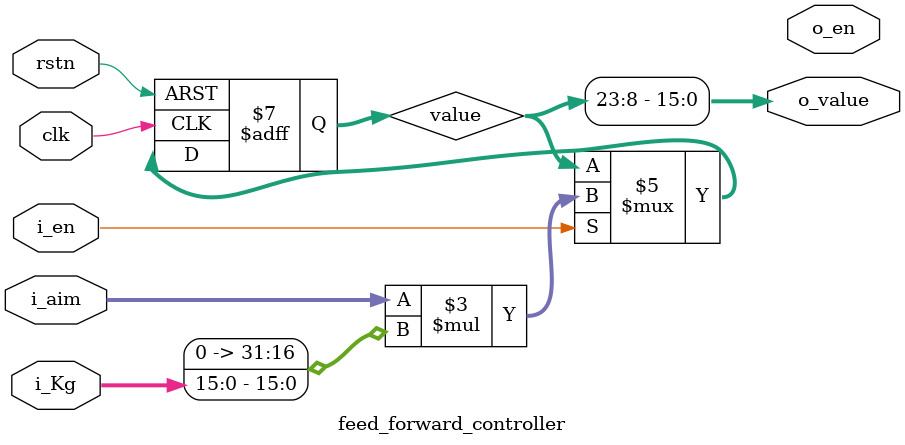
<source format=v>
module feed_forward_controller(
    input  wire               rstn,
    input  wire               clk,
    input  wire               i_en,
    input  wire        [15:0] i_Kg,
    input  wire signed [15:0] i_aim,
    output reg                o_en,
    output wire signed [15:0] o_value
    );
    
reg signed [31:0] value;

//function  signed [31:0] protect_mul;
//    input signed [31:0] a, b;
//    reg   signed [56:0] y;
////function automatic logic signed [31:0] protect_mul(input logic signed [31:0] a, input logic signed [24:0] b);
////    automatic logic signed [56:0] y;
//begin
//    y = a * b;
//    if(     y >  $signed(57'h7fffffff) )
//        protect_mul =  $signed(32'h7fffffff);
//    else if(y < -$signed(57'h7fffffff) )
//        protect_mul = -$signed(32'h7fffffff);
//    else
//        protect_mul =  $signed(y[31:0]);
//end
//endfunction

always @ (posedge clk or negedge rstn)
    if(~rstn) begin
        value <= 0;
    end else begin
        if(i_en) begin	
            value <= i_aim * $signed({1'h0, i_Kg});   // value = i_aim - i_real
        end
    end
assign o_value = value[23:0] >> 8; // o_value = value >> 8(/256);

endmodule

</source>
